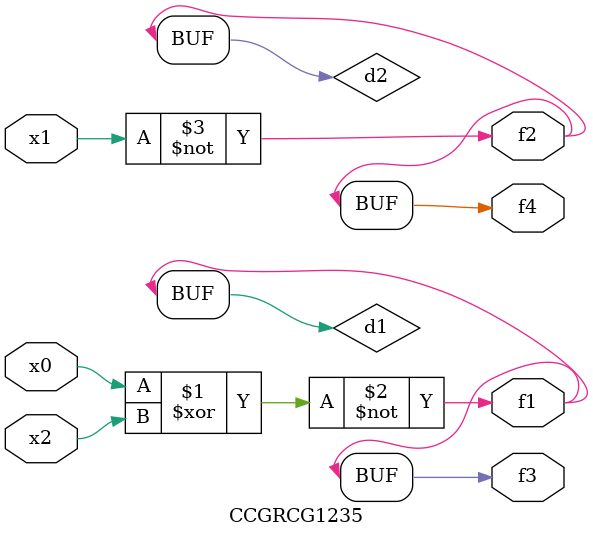
<source format=v>
module CCGRCG1235(
	input x0, x1, x2,
	output f1, f2, f3, f4
);

	wire d1, d2, d3;

	xnor (d1, x0, x2);
	nand (d2, x1);
	nor (d3, x1, x2);
	assign f1 = d1;
	assign f2 = d2;
	assign f3 = d1;
	assign f4 = d2;
endmodule

</source>
